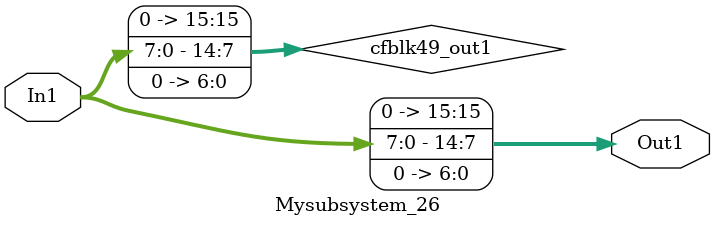
<source format=v>



`timescale 1 ns / 1 ns

module Mysubsystem_26
          (In1,
           Out1);


  input   [7:0] In1;  // uint8
  output  [15:0] Out1;  // ufix16_En7


  wire [15:0] cfblk49_out1;  // ufix16_En7


  assign cfblk49_out1 = {1'b0, {In1, 7'b0000000}};



  assign Out1 = cfblk49_out1;

endmodule  // Mysubsystem_26


</source>
